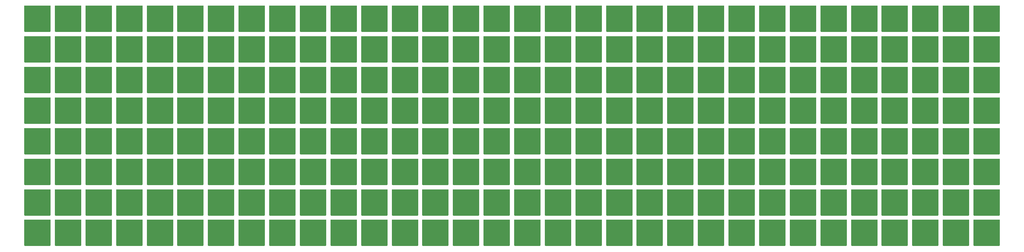
<source format=gtp>
G04 #@! TF.GenerationSoftware,KiCad,Pcbnew,6.0.8+dfsg-1~bpo11+1*
G04 #@! TF.CreationDate,2023-08-01T08:47:41-04:00*
G04 #@! TF.ProjectId,14_8x32_self_capacitance,31345f38-7833-4325-9f73-656c665f6361,rev?*
G04 #@! TF.SameCoordinates,Original*
G04 #@! TF.FileFunction,Paste,Top*
G04 #@! TF.FilePolarity,Positive*
%FSLAX46Y46*%
G04 Gerber Fmt 4.6, Leading zero omitted, Abs format (unit mm)*
G04 Created by KiCad (PCBNEW 6.0.8+dfsg-1~bpo11+1) date 2023-08-01 08:47:41*
%MOMM*%
%LPD*%
G01*
G04 APERTURE LIST*
G04 Aperture macros list*
%AMFreePoly0*
4,1,13,2.417426,2.592426,2.435000,2.550000,2.435000,-2.450000,2.417426,-2.492426,2.375000,-2.510000,-2.625000,-2.510000,-2.667426,-2.492426,-2.685000,-2.450000,-2.685000,2.550000,-2.667426,2.592426,-2.625000,2.610000,2.375000,2.610000,2.417426,2.592426,2.417426,2.592426,$1*%
G04 Aperture macros list end*
%ADD10FreePoly0,0.000000*%
G04 APERTURE END LIST*
D10*
X71325000Y-59650000D03*
X71325000Y-65650000D03*
X71325000Y-71650000D03*
X71325000Y-77650000D03*
X71325000Y-83650000D03*
X71325000Y-89650000D03*
X71325000Y-95650000D03*
X71325000Y-101650000D03*
X77325000Y-59650000D03*
X77325000Y-65650000D03*
X77325000Y-71650000D03*
X77325000Y-77650000D03*
X77325000Y-83650000D03*
X77325000Y-89650000D03*
X77325000Y-95650000D03*
X77325000Y-101650000D03*
X83325000Y-59650000D03*
X83325000Y-65650000D03*
X83325000Y-71650000D03*
X83325000Y-77650000D03*
X83325000Y-83650000D03*
X83325000Y-89650000D03*
X83325000Y-95650000D03*
X83325000Y-101650000D03*
X89325000Y-59650000D03*
X89325000Y-65650000D03*
X89325000Y-71650000D03*
X89325000Y-77650000D03*
X89325000Y-83650000D03*
X89325000Y-89650000D03*
X89325000Y-95650000D03*
X89325000Y-101650000D03*
X95325000Y-59650000D03*
X95325000Y-65650000D03*
X95325000Y-71650000D03*
X95325000Y-77650000D03*
X95325000Y-83650000D03*
X95325000Y-89650000D03*
X95325000Y-95650000D03*
X95325000Y-101650000D03*
X101325000Y-59650000D03*
X101325000Y-65650000D03*
X101325000Y-71650000D03*
X101325000Y-77650000D03*
X101325000Y-83650000D03*
X101325000Y-89650000D03*
X101325000Y-95650000D03*
X101325000Y-101650000D03*
X107325000Y-59650000D03*
X107325000Y-65650000D03*
X107325000Y-71650000D03*
X107325000Y-77650000D03*
X107325000Y-83650000D03*
X107325000Y-89650000D03*
X107325000Y-95650000D03*
X107325000Y-101650000D03*
X113325000Y-59650000D03*
X113325000Y-65650000D03*
X113325000Y-71650000D03*
X113325000Y-77650000D03*
X113325000Y-83650000D03*
X113325000Y-89650000D03*
X113325000Y-95650000D03*
X113325000Y-101650000D03*
X119325000Y-59650000D03*
X119325000Y-65650000D03*
X119325000Y-71650000D03*
X119325000Y-77650000D03*
X119325000Y-83650000D03*
X119325000Y-89650000D03*
X119325000Y-95650000D03*
X119325000Y-101650000D03*
X125325000Y-59650000D03*
X125325000Y-65650000D03*
X125325000Y-71650000D03*
X125325000Y-77650000D03*
X125325000Y-83650000D03*
X125325000Y-89650000D03*
X125325000Y-95650000D03*
X125325000Y-101650000D03*
X131325000Y-59650000D03*
X131325000Y-65650000D03*
X131325000Y-71650000D03*
X131325000Y-77650000D03*
X131325000Y-83650000D03*
X131325000Y-89650000D03*
X131325000Y-95650000D03*
X131325000Y-101650000D03*
X137325000Y-59650000D03*
X137325000Y-65650000D03*
X137325000Y-71650000D03*
X137325000Y-77650000D03*
X137325000Y-83650000D03*
X137325000Y-89650000D03*
X137325000Y-95650000D03*
X137325000Y-101650000D03*
X143325000Y-59650000D03*
X143325000Y-65650000D03*
X143325000Y-71650000D03*
X143325000Y-77650000D03*
X143325000Y-83650000D03*
X143325000Y-89650000D03*
X143325000Y-95650000D03*
X143325000Y-101650000D03*
X149325000Y-59650000D03*
X149325000Y-65650000D03*
X149325000Y-71650000D03*
X149325000Y-77650000D03*
X149325000Y-83650000D03*
X149325000Y-89650000D03*
X149325000Y-95650000D03*
X149325000Y-101650000D03*
X155325000Y-59650000D03*
X155325000Y-65650000D03*
X155325000Y-71650000D03*
X155325000Y-77650000D03*
X155325000Y-83650000D03*
X155325000Y-89650000D03*
X155325000Y-95650000D03*
X155325000Y-101650000D03*
X161325000Y-59650000D03*
X161325000Y-65650000D03*
X161325000Y-71650000D03*
X161325000Y-77650000D03*
X161325000Y-83650000D03*
X161325000Y-89650000D03*
X161325000Y-95650000D03*
X161325000Y-101650000D03*
X167325000Y-59650000D03*
X167325000Y-65650000D03*
X167325000Y-71650000D03*
X167325000Y-77650000D03*
X167325000Y-83650000D03*
X167325000Y-89650000D03*
X167325000Y-95650000D03*
X167325000Y-101650000D03*
X173325000Y-59650000D03*
X173325000Y-65650000D03*
X173325000Y-71650000D03*
X173325000Y-77650000D03*
X173325000Y-83650000D03*
X173325000Y-89650000D03*
X173325000Y-95650000D03*
X173325000Y-101650000D03*
X179325000Y-59650000D03*
X179325000Y-65650000D03*
X179325000Y-71650000D03*
X179325000Y-77650000D03*
X179325000Y-83650000D03*
X179325000Y-89650000D03*
X179325000Y-95650000D03*
X179325000Y-101650000D03*
X185325000Y-59650000D03*
X185325000Y-65650000D03*
X185325000Y-71650000D03*
X185325000Y-77650000D03*
X185325000Y-83650000D03*
X185325000Y-89650000D03*
X185325000Y-95650000D03*
X185325000Y-101650000D03*
X191325000Y-59650000D03*
X191325000Y-65650000D03*
X191325000Y-71650000D03*
X191325000Y-77650000D03*
X191325000Y-83650000D03*
X191325000Y-89650000D03*
X191325000Y-95650000D03*
X191325000Y-101650000D03*
X197325000Y-59650000D03*
X197325000Y-65650000D03*
X197325000Y-71650000D03*
X197325000Y-77650000D03*
X197325000Y-83650000D03*
X197325000Y-89650000D03*
X197325000Y-95650000D03*
X197325000Y-101650000D03*
X203325000Y-59650000D03*
X203325000Y-65650000D03*
X203325000Y-71650000D03*
X203325000Y-77650000D03*
X203325000Y-83650000D03*
X203325000Y-89650000D03*
X203325000Y-95650000D03*
X203325000Y-101650000D03*
X209325000Y-59650000D03*
X209325000Y-65650000D03*
X209325000Y-71650000D03*
X209325000Y-77650000D03*
X209325000Y-83650000D03*
X209325000Y-89650000D03*
X209325000Y-95650000D03*
X209325000Y-101650000D03*
X215325000Y-59650000D03*
X215325000Y-65650000D03*
X215325000Y-71650000D03*
X215325000Y-77650000D03*
X215325000Y-83650000D03*
X215325000Y-89650000D03*
X215325000Y-95650000D03*
X215325000Y-101650000D03*
X221325000Y-59650000D03*
X221325000Y-65650000D03*
X221325000Y-71650000D03*
X221325000Y-77650000D03*
X221325000Y-83650000D03*
X221325000Y-89650000D03*
X221325000Y-95650000D03*
X221325000Y-101650000D03*
X227325000Y-59650000D03*
X227325000Y-65650000D03*
X227325000Y-71650000D03*
X227325000Y-77650000D03*
X227325000Y-83650000D03*
X227325000Y-89650000D03*
X227325000Y-95650000D03*
X227325000Y-101650000D03*
X233325000Y-59650000D03*
X233325000Y-65650000D03*
X233325000Y-71650000D03*
X233325000Y-77650000D03*
X233325000Y-83650000D03*
X233325000Y-89650000D03*
X233325000Y-95650000D03*
X233325000Y-101650000D03*
X239325000Y-59650000D03*
X239325000Y-65650000D03*
X239325000Y-71650000D03*
X239325000Y-77650000D03*
X239325000Y-83650000D03*
X239325000Y-89650000D03*
X239325000Y-95650000D03*
X239325000Y-101650000D03*
X245325000Y-59650000D03*
X245325000Y-65650000D03*
X245325000Y-71650000D03*
X245325000Y-77650000D03*
X245325000Y-83650000D03*
X245325000Y-89650000D03*
X245325000Y-95650000D03*
X245325000Y-101650000D03*
X251325000Y-59650000D03*
X251325000Y-65650000D03*
X251325000Y-71650000D03*
X251325000Y-77650000D03*
X251325000Y-83650000D03*
X251325000Y-89650000D03*
X251325000Y-95650000D03*
X251325000Y-101650000D03*
X257325000Y-59650000D03*
X257325000Y-65650000D03*
X257325000Y-71650000D03*
X257325000Y-77650000D03*
X257325000Y-83650000D03*
X257325000Y-89650000D03*
X257325000Y-95650000D03*
X257325000Y-101650000D03*
M02*

</source>
